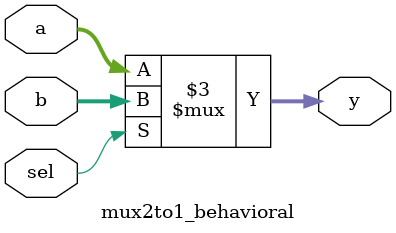
<source format=v>
module mux2to1_behavioral #(parameter WIDTH = 8) (
    input wire [WIDTH-1:0] a,
    input wire [WIDTH-1:0] b,
    input wire sel,
    output reg [WIDTH-1:0] y
);
    always @(*) begin
        if (sel)
            y = b;
        else
            y = a;
    end
endmodule

</source>
